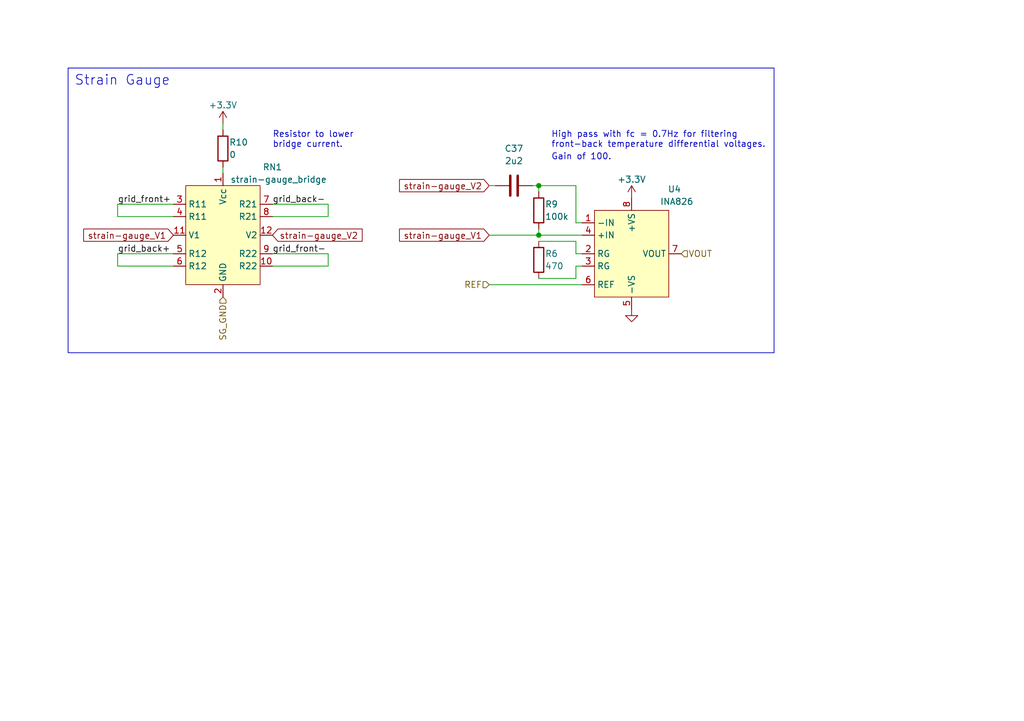
<source format=kicad_sch>
(kicad_sch (version 20230121) (generator eeschema)
  (paper "A5")
  (lib_symbols
    (symbol "Device:C" (pin_numbers hide) (pin_names (offset 0.254))
      (property "Reference" "C" (at 0.635 2.54 0))
      (property "Value" "C" (at 0.635 -2.54 0))
      (symbol "C_0_1"
        (polyline (pts (xy -2.032 -0.762) (xy 2.032 -0.762)) (stroke (width 0.508)))
        (polyline (pts (xy -2.032 0.762) (xy 2.032 0.762)) (stroke (width 0.508)))
      )
      (symbol "C_1_1"
        (pin passive line (at 0 3.81 270) (length 2.794) (name "~") (number "1"))
        (pin passive line (at 0 -3.81 90) (length 2.794) (name "~") (number "2"))
      )
    )
    (symbol "Device:R" (pin_numbers hide) (pin_names (offset 0))
      (property "Reference" "R" (at 2.032 0 90))
      (property "Value" "R" (at 0 0 90))
      (symbol "R_0_1"
        (rectangle (start -1.016 -2.54) (end 1.016 2.54) (stroke (width 0.254)))
      )
      (symbol "R_1_1"
        (pin passive line (at 0 3.81 270) (length 1.27) (name "~") (number "1"))
        (pin passive line (at 0 -3.81 90) (length 1.27) (name "~") (number "2"))
      )
    )
    (symbol "frodo_fancyfins:INA826"
      (property "Reference" "U" (at 10.16 13.97 0))
      (property "Value" "INA826" (at 12.7 11.43 0))
      (symbol "INA826_1_1"
        (rectangle (start -7.62 8.89) (end 7.62 -8.89) (fill (type background)))
        (pin input line (at -10.16 6.35 0) (length 2.54) (name "-IN") (number "1"))
        (pin passive line (at -10.16 0 0) (length 2.54) (name "RG") (number "2"))
        (pin passive line (at -10.16 -2.54 0) (length 2.54) (name "RG") (number "3"))
        (pin input line (at -10.16 3.81 0) (length 2.54) (name "+IN") (number "4"))
        (pin power_in line (at 0 -11.43 90) (length 2.54) (name "-VS") (number "5"))
        (pin input line (at -10.16 -6.35 0) (length 2.54) (name "REF") (number "6"))
        (pin output line (at 10.16 0 180) (length 2.54) (name "VOUT") (number "7"))
        (pin power_in line (at 0 11.43 270) (length 2.54) (name "+VS") (number "8"))
      )
    )
    (symbol "frodo_fancyfins:strain-gauge_bridge"
      (property "Reference" "RN" (at 10.16 13.97 0))
      (property "Value" "strain-gauge_bridge" (at 11.43 11.43 0))
      (symbol "strain-gauge_bridge_1_1"
        (rectangle (start -7.62 10.16) (end 7.62 -10.16) (fill (type background)))
        (pin power_in line (at 0 12.7 270) (length 2.54) (name "Vcc") (number "1"))
        (pin passive line (at 10.16 -6.35 180) (length 2.54) (name "R22") (number "10"))
        (pin output line (at -10.16 0 0) (length 2.54) (name "V1") (number "11"))
        (pin output line (at 10.16 0 180) (length 2.54) (name "V2") (number "12"))
        (pin power_in line (at 0 -12.7 90) (length 2.54) (name "GND") (number "2"))
        (pin passive line (at -10.16 6.35 0) (length 2.54) (name "R11") (number "3"))
        (pin passive line (at -10.16 3.81 0) (length 2.54) (name "R11") (number "4"))
        (pin passive line (at -10.16 -3.81 0) (length 2.54) (name "R12") (number "5"))
        (pin passive line (at -10.16 -6.35 0) (length 2.54) (name "R12") (number "6"))
        (pin passive line (at 10.16 6.35 180) (length 2.54) (name "R21") (number "7"))
        (pin passive line (at 10.16 3.81 180) (length 2.54) (name "R21") (number "8"))
        (pin passive line (at 10.16 -3.81 180) (length 2.54) (name "R22") (number "9"))
      )
    )
    (symbol "power:+3.3V" (power) (pin_names (offset 0))
      (property "Value" "+3.3V" (at 0 3.556 0))
      (symbol "+3.3V_0_1"
        (polyline (pts (xy -0.762 1.27) (xy 0 2.54)))
        (polyline (pts (xy 0 0) (xy 0 2.54)))
        (polyline (pts (xy 0 2.54) (xy 0.762 1.27)))
      )
      (symbol "+3.3V_1_1"
        (pin power_in line (at 0 0 90) (length 0) hide (name "+3.3V") (number "1"))
      )
    )
    (symbol "power:GND" (power) (pin_names (offset 0))
      (property "Value" "GND" (at 0 -3.81 0))
      (symbol "GND_0_1"
        (polyline (pts (xy 0 0) (xy 0 -1.27) (xy 1.27 -1.27) (xy 0 -2.54) (xy -1.27 -1.27) (xy 0 -1.27)))
      )
      (symbol "GND_1_1"
        (pin power_in line (at 0 0 270) (length 0) hide (name "GND") (number "1"))
      )
    )
  )
  (junction (at 110.49 38.1))
  (junction (at 110.49 48.26))
  (wire (pts (xy 110.49 48.26) (xy 110.49 46.99)))
  (wire (pts (xy 119.38 45.72) (xy 118.11 45.72)))
  (wire (pts (xy 100.33 58.42) (xy 119.38 58.42)))
  (wire (pts (xy 67.31 44.45) (xy 55.88 44.45)))
  (wire (pts (xy 118.11 38.1) (xy 110.49 38.1)))
  (wire (pts (xy 110.49 48.26) (xy 119.38 48.26)))
  (wire (pts (xy 24.13 44.45) (xy 35.56 44.45)))
  (wire (pts (xy 118.11 49.53) (xy 118.11 52.07)))
  (wire (pts (xy 118.11 52.07) (xy 119.38 52.07)))
  (wire (pts (xy 100.33 38.1) (xy 101.6 38.1)))
  (wire (pts (xy 45.72 34.29) (xy 45.72 35.56)))
  (wire (pts (xy 110.49 38.1) (xy 110.49 39.37)))
  (wire (pts (xy 24.13 41.91) (xy 24.13 44.45)))
  (wire (pts (xy 118.11 54.61) (xy 119.38 54.61)))
  (wire (pts (xy 55.88 52.07) (xy 67.31 52.07)))
  (wire (pts (xy 67.31 54.61) (xy 55.88 54.61)))
  (wire (pts (xy 24.13 52.07) (xy 24.13 54.61)))
  (wire (pts (xy 35.56 52.07) (xy 24.13 52.07)))
  (wire (pts (xy 24.13 41.91) (xy 35.56 41.91)))
  (wire (pts (xy 118.11 49.53) (xy 110.49 49.53)))
  (wire (pts (xy 67.31 52.07) (xy 67.31 54.61)))
  (wire (pts (xy 45.72 25.4) (xy 45.72 26.67)))
  (wire (pts (xy 110.49 57.15) (xy 118.11 57.15)))
  (wire (pts (xy 100.33 48.26) (xy 110.49 48.26)))
  (wire (pts (xy 118.11 57.15) (xy 118.11 54.61)))
  (wire (pts (xy 24.13 54.61) (xy 35.56 54.61)))
  (wire (pts (xy 109.22 38.1) (xy 110.49 38.1)))
  (wire (pts (xy 55.88 41.91) (xy 67.31 41.91)))
  (wire (pts (xy 67.31 41.91) (xy 67.31 44.45)))
  (wire (pts (xy 118.11 45.72) (xy 118.11 38.1)))
  (rectangle (start 13.97 13.97) (end 158.75 72.39))
  (text "Resistor to lower\nbridge current." (at 55.88 30.48 0) (effects (font (size 1.27 1.27)) (justify left bottom)))
  (text "Strain Gauge" (at 15.24 17.78 0) (effects (font (size 2 2)) (justify left bottom)))
  (text "High pass with fc = 0.7Hz for filtering\nfront-back temperature differential voltages." (at 113.03 30.48 0) (effects (font (size 1.27 1.27)) (justify left bottom)))
  (text "Gain of 100." (at 113.03 33.02 0) (effects (font (size 1.27 1.27)) (justify left bottom)))
  (label "grid_front-" (at 55.88 52.07 0))
  (label "grid_front+" (at 24.13 41.91 0))
  (label "grid_back+" (at 24.13 52.07 0))
  (label "grid_back-" (at 55.88 41.91 0))
  (global_label "strain-gauge_V2" (shape input) (at 55.88 48.26 0) (property "Intersheetrefs" "${INTERSHEET_REFS}" (effects hide)))
  (global_label "strain-gauge_V1" (shape input) (at 100.33 48.26 180) (property "Intersheetrefs" "${INTERSHEET_REFS}" (effects hide)))
  (global_label "strain-gauge_V1" (shape input) (at 35.56 48.26 180) (property "Intersheetrefs" "${INTERSHEET_REFS}" (effects hide)))
  (global_label "strain-gauge_V2" (shape input) (at 100.33 38.1 180) (property "Intersheetrefs" "${INTERSHEET_REFS}" (effects hide)))
  (hierarchical_label "REF" (shape input) (at 100.33 58.42 180))
  (hierarchical_label "SG_GND" (shape input) (at 45.72 60.96 270))
  (hierarchical_label "VOUT" (shape input) (at 139.7 52.07 0))
  (symbol (lib_id "frodo_fancyfins:INA826") (at 129.54 52.07 0) (unit 1)
    (property "Reference" "U4" (at 139.7 38.1 0) (effects (justify right top)))
    (property "Value" "INA826" (at 142.24 40.64 0) (effects (justify right top)))
    (instances (project "frodo_fancyfins" (path "" (reference "U4") (unit 1)) (path "" (reference "U13") (unit 1))))
  )
  (symbol (lib_id "power:GND") (at 129.54 63.5 0) (unit 1)
    (property "Reference" "#PWR066" (effects hide))
    (property "Value" "GND" (effects hide))
    (instances (project "frodo_fancyfins" (path "" (reference "#PWR066") (unit 1)) (path "" (reference "#PWR071") (unit 1))))
  )
  (symbol (lib_id "Device:R") (at 110.49 43.18 0) (unit 1)
    (property "Reference" "R9" (at 111.76 41.91 0) (effects (justify left)))
    (property "Value" "100k" (at 111.76 44.45 0) (effects (justify left)))
    (instances (project "frodo_fancyfins" (path "" (reference "R9") (unit 1)) (path "" (reference "R12") (unit 1))))
  )
  (symbol (lib_id "power:+3.3V") (at 129.54 40.64 0) (unit 1)
    (property "Reference" "#PWR067" (effects hide))
    (property "Value" "+3.3V" (at 129.54 36.83 0))
    (instances (project "frodo_fancyfins" (path "" (reference "#PWR067") (unit 1)) (path "" (reference "#PWR070") (unit 1))))
  )
  (symbol (lib_id "power:+3.3V") (at 45.72 25.4 0) (unit 1)
    (property "Reference" "#PWR068" (effects hide))
    (property "Value" "+3.3V" (at 45.72 21.59 0))
    (instances (project "frodo_fancyfins" (path "" (reference "#PWR068") (unit 1)) (path "" (reference "#PWR069") (unit 1))))
  )
  (symbol (lib_id "Device:R") (at 110.49 53.34 0) (unit 1)
    (property "Reference" "R6" (at 111.76 52.07 0) (effects (justify left)))
    (property "Value" "470" (at 111.76 54.61 0) (effects (justify left)))
    (instances (project "frodo_fancyfins" (path "" (reference "R6") (unit 1)) (path "" (reference "R13") (unit 1))))
  )
  (symbol (lib_id "Device:R") (at 45.72 30.48 0) (unit 1)
    (property "Reference" "R10" (at 46.99 29.21 0) (effects (justify left)))
    (property "Value" "0" (at 46.99 31.75 0) (effects (justify left)))
    (instances (project "frodo_fancyfins" (path "" (reference "R10") (unit 1)) (path "" (reference "R11") (unit 1))))
  )
  (symbol (lib_id "Device:C") (at 105.41 38.1 90) (unit 1)
    (property "Reference" "C37" (at 105.41 30.48 90))
    (property "Value" "2u2" (at 105.41 33.02 90))
    (instances (project "frodo_fancyfins" (path "" (reference "C37") (unit 1)) (path "" (reference "C38") (unit 1))))
  )
  (symbol (lib_id "frodo_fancyfins:strain-gauge_bridge") (at 45.72 48.26 0) (unit 1)
    (property "Reference" "RN1" (at 55.88 34.29 0))
    (property "Value" "strain-gauge_bridge" (at 57.15 36.83 0))
    (property "Footprint" "frodo_fancyfins:strain-gauge_bridge" (effects hide))
    (instances (project "frodo_fancyfins" (path "" (reference "RN1") (unit 1)) (path "" (reference "RN2") (unit 1))))
  )
)
</source>
